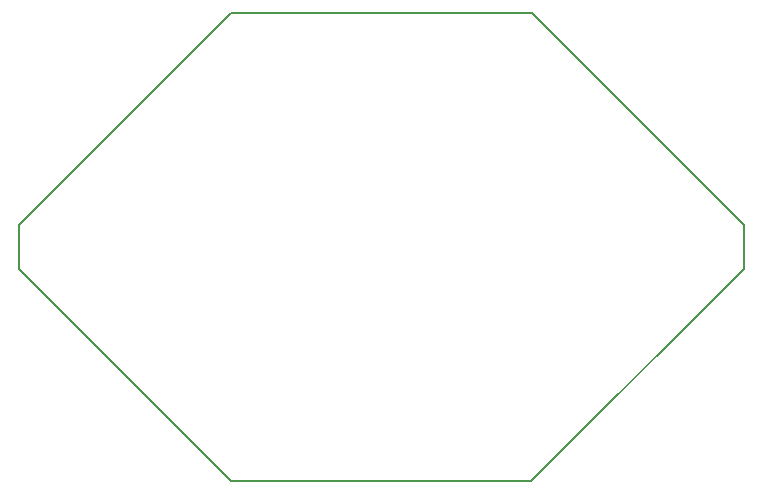
<source format=gbr>
%FSLAX25Y25*%
%MOIN*%
G04 EasyPC Gerber Version 18.0.8 Build 3632 *
%ADD99C,0.00500*%
X0Y0D02*
D02*
D99*
X242050Y85909D02*
X171350Y156609D01*
X71250*
X450Y85809*
Y71009*
X71150Y309*
X171250*
X242050Y71109*
Y85909*
X0Y0D02*
M02*

</source>
